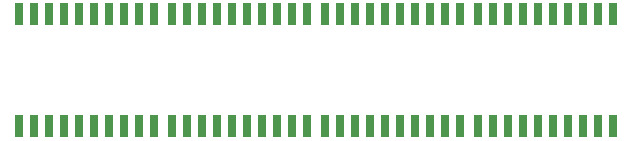
<source format=gbp>
G04 #@! TF.GenerationSoftware,KiCad,Pcbnew,(6.0.5-0)*
G04 #@! TF.CreationDate,2022-12-19T20:05:14-06:00*
G04 #@! TF.ProjectId,rascsi_zero,72617363-7369-45f7-9a65-726f2e6b6963,rev?*
G04 #@! TF.SameCoordinates,PX59d60c0PY325aa00*
G04 #@! TF.FileFunction,Paste,Bot*
G04 #@! TF.FilePolarity,Positive*
%FSLAX46Y46*%
G04 Gerber Fmt 4.6, Leading zero omitted, Abs format (unit mm)*
G04 Created by KiCad (PCBNEW (6.0.5-0)) date 2022-12-19 20:05:14*
%MOMM*%
%LPD*%
G01*
G04 APERTURE LIST*
%ADD10R,0.650000X1.950000*%
G04 APERTURE END LIST*
D10*
X124340880Y-9638880D03*
X123070880Y-9638880D03*
X121800880Y-9638880D03*
X120530880Y-9638880D03*
X119260880Y-9638880D03*
X117990880Y-9638880D03*
X116720880Y-9638880D03*
X115450880Y-9638880D03*
X114180880Y-9638880D03*
X112910880Y-9638880D03*
X112910880Y-188880D03*
X114180880Y-188880D03*
X115450880Y-188880D03*
X116720880Y-188880D03*
X117990880Y-188880D03*
X119260880Y-188880D03*
X120530880Y-188880D03*
X121800880Y-188880D03*
X123070880Y-188880D03*
X124340880Y-188880D03*
X99956880Y-188880D03*
X101226880Y-188880D03*
X102496880Y-188880D03*
X103766880Y-188880D03*
X105036880Y-188880D03*
X106306880Y-188880D03*
X107576880Y-188880D03*
X108846880Y-188880D03*
X110116880Y-188880D03*
X111386880Y-188880D03*
X111386880Y-9638880D03*
X110116880Y-9638880D03*
X108846880Y-9638880D03*
X107576880Y-9638880D03*
X106306880Y-9638880D03*
X105036880Y-9638880D03*
X103766880Y-9638880D03*
X102496880Y-9638880D03*
X101226880Y-9638880D03*
X99956880Y-9638880D03*
X87002880Y-188880D03*
X88272880Y-188880D03*
X89542880Y-188880D03*
X90812880Y-188880D03*
X92082880Y-188880D03*
X93352880Y-188880D03*
X94622880Y-188880D03*
X95892880Y-188880D03*
X97162880Y-188880D03*
X98432880Y-188880D03*
X98432880Y-9638880D03*
X97162880Y-9638880D03*
X95892880Y-9638880D03*
X94622880Y-9638880D03*
X93352880Y-9638880D03*
X92082880Y-9638880D03*
X90812880Y-9638880D03*
X89542880Y-9638880D03*
X88272880Y-9638880D03*
X87002880Y-9638880D03*
X137294880Y-9638880D03*
X136024880Y-9638880D03*
X134754880Y-9638880D03*
X133484880Y-9638880D03*
X132214880Y-9638880D03*
X130944880Y-9638880D03*
X129674880Y-9638880D03*
X128404880Y-9638880D03*
X127134880Y-9638880D03*
X125864880Y-9638880D03*
X125864880Y-188880D03*
X127134880Y-188880D03*
X128404880Y-188880D03*
X129674880Y-188880D03*
X130944880Y-188880D03*
X132214880Y-188880D03*
X133484880Y-188880D03*
X134754880Y-188880D03*
X136024880Y-188880D03*
X137294880Y-188880D03*
M02*

</source>
